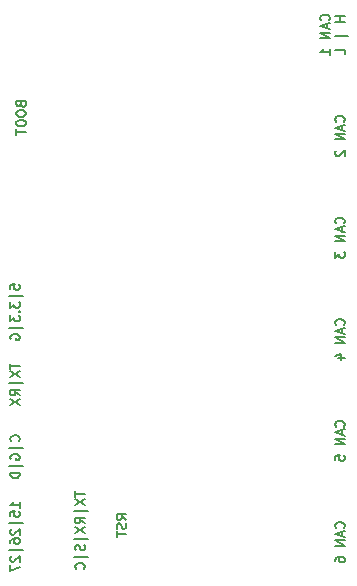
<source format=gbr>
%TF.GenerationSoftware,KiCad,Pcbnew,8.0.8*%
%TF.CreationDate,2025-02-02T15:52:32-05:00*%
%TF.ProjectId,CAN Board,43414e20-426f-4617-9264-2e6b69636164,rev?*%
%TF.SameCoordinates,Original*%
%TF.FileFunction,Legend,Bot*%
%TF.FilePolarity,Positive*%
%FSLAX46Y46*%
G04 Gerber Fmt 4.6, Leading zero omitted, Abs format (unit mm)*
G04 Created by KiCad (PCBNEW 8.0.8) date 2025-02-02 15:52:32*
%MOMM*%
%LPD*%
G01*
G04 APERTURE LIST*
%ADD10C,0.150000*%
G04 APERTURE END LIST*
D10*
X58786104Y-22895000D02*
X58824200Y-22856904D01*
X58824200Y-22856904D02*
X58862295Y-22742619D01*
X58862295Y-22742619D02*
X58862295Y-22666428D01*
X58862295Y-22666428D02*
X58824200Y-22552142D01*
X58824200Y-22552142D02*
X58748009Y-22475952D01*
X58748009Y-22475952D02*
X58671819Y-22437857D01*
X58671819Y-22437857D02*
X58519438Y-22399761D01*
X58519438Y-22399761D02*
X58405152Y-22399761D01*
X58405152Y-22399761D02*
X58252771Y-22437857D01*
X58252771Y-22437857D02*
X58176580Y-22475952D01*
X58176580Y-22475952D02*
X58100390Y-22552142D01*
X58100390Y-22552142D02*
X58062295Y-22666428D01*
X58062295Y-22666428D02*
X58062295Y-22742619D01*
X58062295Y-22742619D02*
X58100390Y-22856904D01*
X58100390Y-22856904D02*
X58138485Y-22895000D01*
X58633723Y-23199761D02*
X58633723Y-23580714D01*
X58862295Y-23123571D02*
X58062295Y-23390238D01*
X58062295Y-23390238D02*
X58862295Y-23656904D01*
X58862295Y-23923571D02*
X58062295Y-23923571D01*
X58062295Y-23923571D02*
X58862295Y-24380714D01*
X58862295Y-24380714D02*
X58062295Y-24380714D01*
X58138485Y-25333094D02*
X58100390Y-25371190D01*
X58100390Y-25371190D02*
X58062295Y-25447380D01*
X58062295Y-25447380D02*
X58062295Y-25637856D01*
X58062295Y-25637856D02*
X58100390Y-25714047D01*
X58100390Y-25714047D02*
X58138485Y-25752142D01*
X58138485Y-25752142D02*
X58214676Y-25790237D01*
X58214676Y-25790237D02*
X58290866Y-25790237D01*
X58290866Y-25790237D02*
X58405152Y-25752142D01*
X58405152Y-25752142D02*
X58862295Y-25294999D01*
X58862295Y-25294999D02*
X58862295Y-25790237D01*
X31443247Y-21414285D02*
X31481342Y-21528571D01*
X31481342Y-21528571D02*
X31519438Y-21566666D01*
X31519438Y-21566666D02*
X31595628Y-21604762D01*
X31595628Y-21604762D02*
X31709914Y-21604762D01*
X31709914Y-21604762D02*
X31786104Y-21566666D01*
X31786104Y-21566666D02*
X31824200Y-21528571D01*
X31824200Y-21528571D02*
X31862295Y-21452381D01*
X31862295Y-21452381D02*
X31862295Y-21147619D01*
X31862295Y-21147619D02*
X31062295Y-21147619D01*
X31062295Y-21147619D02*
X31062295Y-21414285D01*
X31062295Y-21414285D02*
X31100390Y-21490476D01*
X31100390Y-21490476D02*
X31138485Y-21528571D01*
X31138485Y-21528571D02*
X31214676Y-21566666D01*
X31214676Y-21566666D02*
X31290866Y-21566666D01*
X31290866Y-21566666D02*
X31367057Y-21528571D01*
X31367057Y-21528571D02*
X31405152Y-21490476D01*
X31405152Y-21490476D02*
X31443247Y-21414285D01*
X31443247Y-21414285D02*
X31443247Y-21147619D01*
X31062295Y-22100000D02*
X31062295Y-22252381D01*
X31062295Y-22252381D02*
X31100390Y-22328571D01*
X31100390Y-22328571D02*
X31176580Y-22404762D01*
X31176580Y-22404762D02*
X31328961Y-22442857D01*
X31328961Y-22442857D02*
X31595628Y-22442857D01*
X31595628Y-22442857D02*
X31748009Y-22404762D01*
X31748009Y-22404762D02*
X31824200Y-22328571D01*
X31824200Y-22328571D02*
X31862295Y-22252381D01*
X31862295Y-22252381D02*
X31862295Y-22100000D01*
X31862295Y-22100000D02*
X31824200Y-22023809D01*
X31824200Y-22023809D02*
X31748009Y-21947619D01*
X31748009Y-21947619D02*
X31595628Y-21909523D01*
X31595628Y-21909523D02*
X31328961Y-21909523D01*
X31328961Y-21909523D02*
X31176580Y-21947619D01*
X31176580Y-21947619D02*
X31100390Y-22023809D01*
X31100390Y-22023809D02*
X31062295Y-22100000D01*
X31062295Y-22938095D02*
X31062295Y-23090476D01*
X31062295Y-23090476D02*
X31100390Y-23166666D01*
X31100390Y-23166666D02*
X31176580Y-23242857D01*
X31176580Y-23242857D02*
X31328961Y-23280952D01*
X31328961Y-23280952D02*
X31595628Y-23280952D01*
X31595628Y-23280952D02*
X31748009Y-23242857D01*
X31748009Y-23242857D02*
X31824200Y-23166666D01*
X31824200Y-23166666D02*
X31862295Y-23090476D01*
X31862295Y-23090476D02*
X31862295Y-22938095D01*
X31862295Y-22938095D02*
X31824200Y-22861904D01*
X31824200Y-22861904D02*
X31748009Y-22785714D01*
X31748009Y-22785714D02*
X31595628Y-22747618D01*
X31595628Y-22747618D02*
X31328961Y-22747618D01*
X31328961Y-22747618D02*
X31176580Y-22785714D01*
X31176580Y-22785714D02*
X31100390Y-22861904D01*
X31100390Y-22861904D02*
X31062295Y-22938095D01*
X31062295Y-23509523D02*
X31062295Y-23966666D01*
X31862295Y-23738094D02*
X31062295Y-23738094D01*
X40362295Y-56561905D02*
X39981342Y-56295238D01*
X40362295Y-56104762D02*
X39562295Y-56104762D01*
X39562295Y-56104762D02*
X39562295Y-56409524D01*
X39562295Y-56409524D02*
X39600390Y-56485714D01*
X39600390Y-56485714D02*
X39638485Y-56523809D01*
X39638485Y-56523809D02*
X39714676Y-56561905D01*
X39714676Y-56561905D02*
X39828961Y-56561905D01*
X39828961Y-56561905D02*
X39905152Y-56523809D01*
X39905152Y-56523809D02*
X39943247Y-56485714D01*
X39943247Y-56485714D02*
X39981342Y-56409524D01*
X39981342Y-56409524D02*
X39981342Y-56104762D01*
X40324200Y-56866666D02*
X40362295Y-56980952D01*
X40362295Y-56980952D02*
X40362295Y-57171428D01*
X40362295Y-57171428D02*
X40324200Y-57247619D01*
X40324200Y-57247619D02*
X40286104Y-57285714D01*
X40286104Y-57285714D02*
X40209914Y-57323809D01*
X40209914Y-57323809D02*
X40133723Y-57323809D01*
X40133723Y-57323809D02*
X40057533Y-57285714D01*
X40057533Y-57285714D02*
X40019438Y-57247619D01*
X40019438Y-57247619D02*
X39981342Y-57171428D01*
X39981342Y-57171428D02*
X39943247Y-57019047D01*
X39943247Y-57019047D02*
X39905152Y-56942857D01*
X39905152Y-56942857D02*
X39867057Y-56904762D01*
X39867057Y-56904762D02*
X39790866Y-56866666D01*
X39790866Y-56866666D02*
X39714676Y-56866666D01*
X39714676Y-56866666D02*
X39638485Y-56904762D01*
X39638485Y-56904762D02*
X39600390Y-56942857D01*
X39600390Y-56942857D02*
X39562295Y-57019047D01*
X39562295Y-57019047D02*
X39562295Y-57209524D01*
X39562295Y-57209524D02*
X39600390Y-57323809D01*
X39562295Y-57552381D02*
X39562295Y-58009524D01*
X40362295Y-57780952D02*
X39562295Y-57780952D01*
X58786104Y-48695000D02*
X58824200Y-48656904D01*
X58824200Y-48656904D02*
X58862295Y-48542619D01*
X58862295Y-48542619D02*
X58862295Y-48466428D01*
X58862295Y-48466428D02*
X58824200Y-48352142D01*
X58824200Y-48352142D02*
X58748009Y-48275952D01*
X58748009Y-48275952D02*
X58671819Y-48237857D01*
X58671819Y-48237857D02*
X58519438Y-48199761D01*
X58519438Y-48199761D02*
X58405152Y-48199761D01*
X58405152Y-48199761D02*
X58252771Y-48237857D01*
X58252771Y-48237857D02*
X58176580Y-48275952D01*
X58176580Y-48275952D02*
X58100390Y-48352142D01*
X58100390Y-48352142D02*
X58062295Y-48466428D01*
X58062295Y-48466428D02*
X58062295Y-48542619D01*
X58062295Y-48542619D02*
X58100390Y-48656904D01*
X58100390Y-48656904D02*
X58138485Y-48695000D01*
X58633723Y-48999761D02*
X58633723Y-49380714D01*
X58862295Y-48923571D02*
X58062295Y-49190238D01*
X58062295Y-49190238D02*
X58862295Y-49456904D01*
X58862295Y-49723571D02*
X58062295Y-49723571D01*
X58062295Y-49723571D02*
X58862295Y-50180714D01*
X58862295Y-50180714D02*
X58062295Y-50180714D01*
X58062295Y-51552142D02*
X58062295Y-51171190D01*
X58062295Y-51171190D02*
X58443247Y-51133094D01*
X58443247Y-51133094D02*
X58405152Y-51171190D01*
X58405152Y-51171190D02*
X58367057Y-51247380D01*
X58367057Y-51247380D02*
X58367057Y-51437856D01*
X58367057Y-51437856D02*
X58405152Y-51514047D01*
X58405152Y-51514047D02*
X58443247Y-51552142D01*
X58443247Y-51552142D02*
X58519438Y-51590237D01*
X58519438Y-51590237D02*
X58709914Y-51590237D01*
X58709914Y-51590237D02*
X58786104Y-51552142D01*
X58786104Y-51552142D02*
X58824200Y-51514047D01*
X58824200Y-51514047D02*
X58862295Y-51437856D01*
X58862295Y-51437856D02*
X58862295Y-51247380D01*
X58862295Y-51247380D02*
X58824200Y-51171190D01*
X58824200Y-51171190D02*
X58786104Y-51133094D01*
X36062295Y-54185713D02*
X36062295Y-54642856D01*
X36862295Y-54414284D02*
X36062295Y-54414284D01*
X36062295Y-54833332D02*
X36862295Y-55366666D01*
X36062295Y-55366666D02*
X36862295Y-54833332D01*
X37128961Y-55861904D02*
X35986104Y-55861904D01*
X36862295Y-56890476D02*
X36481342Y-56623809D01*
X36862295Y-56433333D02*
X36062295Y-56433333D01*
X36062295Y-56433333D02*
X36062295Y-56738095D01*
X36062295Y-56738095D02*
X36100390Y-56814285D01*
X36100390Y-56814285D02*
X36138485Y-56852380D01*
X36138485Y-56852380D02*
X36214676Y-56890476D01*
X36214676Y-56890476D02*
X36328961Y-56890476D01*
X36328961Y-56890476D02*
X36405152Y-56852380D01*
X36405152Y-56852380D02*
X36443247Y-56814285D01*
X36443247Y-56814285D02*
X36481342Y-56738095D01*
X36481342Y-56738095D02*
X36481342Y-56433333D01*
X36062295Y-57157142D02*
X36862295Y-57690476D01*
X36062295Y-57690476D02*
X36862295Y-57157142D01*
X37128961Y-58185714D02*
X35986104Y-58185714D01*
X36824200Y-58719047D02*
X36862295Y-58833333D01*
X36862295Y-58833333D02*
X36862295Y-59023809D01*
X36862295Y-59023809D02*
X36824200Y-59100000D01*
X36824200Y-59100000D02*
X36786104Y-59138095D01*
X36786104Y-59138095D02*
X36709914Y-59176190D01*
X36709914Y-59176190D02*
X36633723Y-59176190D01*
X36633723Y-59176190D02*
X36557533Y-59138095D01*
X36557533Y-59138095D02*
X36519438Y-59100000D01*
X36519438Y-59100000D02*
X36481342Y-59023809D01*
X36481342Y-59023809D02*
X36443247Y-58871428D01*
X36443247Y-58871428D02*
X36405152Y-58795238D01*
X36405152Y-58795238D02*
X36367057Y-58757143D01*
X36367057Y-58757143D02*
X36290866Y-58719047D01*
X36290866Y-58719047D02*
X36214676Y-58719047D01*
X36214676Y-58719047D02*
X36138485Y-58757143D01*
X36138485Y-58757143D02*
X36100390Y-58795238D01*
X36100390Y-58795238D02*
X36062295Y-58871428D01*
X36062295Y-58871428D02*
X36062295Y-59061905D01*
X36062295Y-59061905D02*
X36100390Y-59176190D01*
X37128961Y-59709524D02*
X35986104Y-59709524D01*
X36786104Y-60738096D02*
X36824200Y-60700000D01*
X36824200Y-60700000D02*
X36862295Y-60585715D01*
X36862295Y-60585715D02*
X36862295Y-60509524D01*
X36862295Y-60509524D02*
X36824200Y-60395238D01*
X36824200Y-60395238D02*
X36748009Y-60319048D01*
X36748009Y-60319048D02*
X36671819Y-60280953D01*
X36671819Y-60280953D02*
X36519438Y-60242857D01*
X36519438Y-60242857D02*
X36405152Y-60242857D01*
X36405152Y-60242857D02*
X36252771Y-60280953D01*
X36252771Y-60280953D02*
X36176580Y-60319048D01*
X36176580Y-60319048D02*
X36100390Y-60395238D01*
X36100390Y-60395238D02*
X36062295Y-60509524D01*
X36062295Y-60509524D02*
X36062295Y-60585715D01*
X36062295Y-60585715D02*
X36100390Y-60700000D01*
X36100390Y-60700000D02*
X36138485Y-60738096D01*
X57530149Y-14300000D02*
X57568245Y-14261904D01*
X57568245Y-14261904D02*
X57606340Y-14147619D01*
X57606340Y-14147619D02*
X57606340Y-14071428D01*
X57606340Y-14071428D02*
X57568245Y-13957142D01*
X57568245Y-13957142D02*
X57492054Y-13880952D01*
X57492054Y-13880952D02*
X57415864Y-13842857D01*
X57415864Y-13842857D02*
X57263483Y-13804761D01*
X57263483Y-13804761D02*
X57149197Y-13804761D01*
X57149197Y-13804761D02*
X56996816Y-13842857D01*
X56996816Y-13842857D02*
X56920625Y-13880952D01*
X56920625Y-13880952D02*
X56844435Y-13957142D01*
X56844435Y-13957142D02*
X56806340Y-14071428D01*
X56806340Y-14071428D02*
X56806340Y-14147619D01*
X56806340Y-14147619D02*
X56844435Y-14261904D01*
X56844435Y-14261904D02*
X56882530Y-14300000D01*
X57377768Y-14604761D02*
X57377768Y-14985714D01*
X57606340Y-14528571D02*
X56806340Y-14795238D01*
X56806340Y-14795238D02*
X57606340Y-15061904D01*
X57606340Y-15328571D02*
X56806340Y-15328571D01*
X56806340Y-15328571D02*
X57606340Y-15785714D01*
X57606340Y-15785714D02*
X56806340Y-15785714D01*
X57606340Y-17195237D02*
X57606340Y-16738094D01*
X57606340Y-16966666D02*
X56806340Y-16966666D01*
X56806340Y-16966666D02*
X56920625Y-16890475D01*
X56920625Y-16890475D02*
X56996816Y-16814285D01*
X56996816Y-16814285D02*
X57034911Y-16738094D01*
X58894295Y-13957143D02*
X58094295Y-13957143D01*
X58475247Y-13957143D02*
X58475247Y-14414286D01*
X58894295Y-14414286D02*
X58094295Y-14414286D01*
X59160961Y-15595238D02*
X58018104Y-15595238D01*
X58894295Y-17157143D02*
X58894295Y-16776191D01*
X58894295Y-16776191D02*
X58094295Y-16776191D01*
X31286104Y-49935714D02*
X31324200Y-49897618D01*
X31324200Y-49897618D02*
X31362295Y-49783333D01*
X31362295Y-49783333D02*
X31362295Y-49707142D01*
X31362295Y-49707142D02*
X31324200Y-49592856D01*
X31324200Y-49592856D02*
X31248009Y-49516666D01*
X31248009Y-49516666D02*
X31171819Y-49478571D01*
X31171819Y-49478571D02*
X31019438Y-49440475D01*
X31019438Y-49440475D02*
X30905152Y-49440475D01*
X30905152Y-49440475D02*
X30752771Y-49478571D01*
X30752771Y-49478571D02*
X30676580Y-49516666D01*
X30676580Y-49516666D02*
X30600390Y-49592856D01*
X30600390Y-49592856D02*
X30562295Y-49707142D01*
X30562295Y-49707142D02*
X30562295Y-49783333D01*
X30562295Y-49783333D02*
X30600390Y-49897618D01*
X30600390Y-49897618D02*
X30638485Y-49935714D01*
X31628961Y-50469047D02*
X30486104Y-50469047D01*
X30600390Y-51459523D02*
X30562295Y-51383333D01*
X30562295Y-51383333D02*
X30562295Y-51269047D01*
X30562295Y-51269047D02*
X30600390Y-51154761D01*
X30600390Y-51154761D02*
X30676580Y-51078571D01*
X30676580Y-51078571D02*
X30752771Y-51040476D01*
X30752771Y-51040476D02*
X30905152Y-51002380D01*
X30905152Y-51002380D02*
X31019438Y-51002380D01*
X31019438Y-51002380D02*
X31171819Y-51040476D01*
X31171819Y-51040476D02*
X31248009Y-51078571D01*
X31248009Y-51078571D02*
X31324200Y-51154761D01*
X31324200Y-51154761D02*
X31362295Y-51269047D01*
X31362295Y-51269047D02*
X31362295Y-51345238D01*
X31362295Y-51345238D02*
X31324200Y-51459523D01*
X31324200Y-51459523D02*
X31286104Y-51497619D01*
X31286104Y-51497619D02*
X31019438Y-51497619D01*
X31019438Y-51497619D02*
X31019438Y-51345238D01*
X31628961Y-52030952D02*
X30486104Y-52030952D01*
X31362295Y-52602381D02*
X30562295Y-52602381D01*
X30562295Y-52602381D02*
X30562295Y-52792857D01*
X30562295Y-52792857D02*
X30600390Y-52907143D01*
X30600390Y-52907143D02*
X30676580Y-52983333D01*
X30676580Y-52983333D02*
X30752771Y-53021428D01*
X30752771Y-53021428D02*
X30905152Y-53059524D01*
X30905152Y-53059524D02*
X31019438Y-53059524D01*
X31019438Y-53059524D02*
X31171819Y-53021428D01*
X31171819Y-53021428D02*
X31248009Y-52983333D01*
X31248009Y-52983333D02*
X31324200Y-52907143D01*
X31324200Y-52907143D02*
X31362295Y-52792857D01*
X31362295Y-52792857D02*
X31362295Y-52602381D01*
X31362295Y-55561903D02*
X31362295Y-55104760D01*
X31362295Y-55333332D02*
X30562295Y-55333332D01*
X30562295Y-55333332D02*
X30676580Y-55257141D01*
X30676580Y-55257141D02*
X30752771Y-55180951D01*
X30752771Y-55180951D02*
X30790866Y-55104760D01*
X30562295Y-56285713D02*
X30562295Y-55904761D01*
X30562295Y-55904761D02*
X30943247Y-55866665D01*
X30943247Y-55866665D02*
X30905152Y-55904761D01*
X30905152Y-55904761D02*
X30867057Y-55980951D01*
X30867057Y-55980951D02*
X30867057Y-56171427D01*
X30867057Y-56171427D02*
X30905152Y-56247618D01*
X30905152Y-56247618D02*
X30943247Y-56285713D01*
X30943247Y-56285713D02*
X31019438Y-56323808D01*
X31019438Y-56323808D02*
X31209914Y-56323808D01*
X31209914Y-56323808D02*
X31286104Y-56285713D01*
X31286104Y-56285713D02*
X31324200Y-56247618D01*
X31324200Y-56247618D02*
X31362295Y-56171427D01*
X31362295Y-56171427D02*
X31362295Y-55980951D01*
X31362295Y-55980951D02*
X31324200Y-55904761D01*
X31324200Y-55904761D02*
X31286104Y-55866665D01*
X31628961Y-56857142D02*
X30486104Y-56857142D01*
X30638485Y-57390475D02*
X30600390Y-57428571D01*
X30600390Y-57428571D02*
X30562295Y-57504761D01*
X30562295Y-57504761D02*
X30562295Y-57695237D01*
X30562295Y-57695237D02*
X30600390Y-57771428D01*
X30600390Y-57771428D02*
X30638485Y-57809523D01*
X30638485Y-57809523D02*
X30714676Y-57847618D01*
X30714676Y-57847618D02*
X30790866Y-57847618D01*
X30790866Y-57847618D02*
X30905152Y-57809523D01*
X30905152Y-57809523D02*
X31362295Y-57352380D01*
X31362295Y-57352380D02*
X31362295Y-57847618D01*
X30562295Y-58533333D02*
X30562295Y-58380952D01*
X30562295Y-58380952D02*
X30600390Y-58304761D01*
X30600390Y-58304761D02*
X30638485Y-58266666D01*
X30638485Y-58266666D02*
X30752771Y-58190476D01*
X30752771Y-58190476D02*
X30905152Y-58152380D01*
X30905152Y-58152380D02*
X31209914Y-58152380D01*
X31209914Y-58152380D02*
X31286104Y-58190476D01*
X31286104Y-58190476D02*
X31324200Y-58228571D01*
X31324200Y-58228571D02*
X31362295Y-58304761D01*
X31362295Y-58304761D02*
X31362295Y-58457142D01*
X31362295Y-58457142D02*
X31324200Y-58533333D01*
X31324200Y-58533333D02*
X31286104Y-58571428D01*
X31286104Y-58571428D02*
X31209914Y-58609523D01*
X31209914Y-58609523D02*
X31019438Y-58609523D01*
X31019438Y-58609523D02*
X30943247Y-58571428D01*
X30943247Y-58571428D02*
X30905152Y-58533333D01*
X30905152Y-58533333D02*
X30867057Y-58457142D01*
X30867057Y-58457142D02*
X30867057Y-58304761D01*
X30867057Y-58304761D02*
X30905152Y-58228571D01*
X30905152Y-58228571D02*
X30943247Y-58190476D01*
X30943247Y-58190476D02*
X31019438Y-58152380D01*
X31628961Y-59142857D02*
X30486104Y-59142857D01*
X30638485Y-59676190D02*
X30600390Y-59714286D01*
X30600390Y-59714286D02*
X30562295Y-59790476D01*
X30562295Y-59790476D02*
X30562295Y-59980952D01*
X30562295Y-59980952D02*
X30600390Y-60057143D01*
X30600390Y-60057143D02*
X30638485Y-60095238D01*
X30638485Y-60095238D02*
X30714676Y-60133333D01*
X30714676Y-60133333D02*
X30790866Y-60133333D01*
X30790866Y-60133333D02*
X30905152Y-60095238D01*
X30905152Y-60095238D02*
X31362295Y-59638095D01*
X31362295Y-59638095D02*
X31362295Y-60133333D01*
X30562295Y-60400000D02*
X30562295Y-60933334D01*
X30562295Y-60933334D02*
X31362295Y-60590476D01*
X58786104Y-31495000D02*
X58824200Y-31456904D01*
X58824200Y-31456904D02*
X58862295Y-31342619D01*
X58862295Y-31342619D02*
X58862295Y-31266428D01*
X58862295Y-31266428D02*
X58824200Y-31152142D01*
X58824200Y-31152142D02*
X58748009Y-31075952D01*
X58748009Y-31075952D02*
X58671819Y-31037857D01*
X58671819Y-31037857D02*
X58519438Y-30999761D01*
X58519438Y-30999761D02*
X58405152Y-30999761D01*
X58405152Y-30999761D02*
X58252771Y-31037857D01*
X58252771Y-31037857D02*
X58176580Y-31075952D01*
X58176580Y-31075952D02*
X58100390Y-31152142D01*
X58100390Y-31152142D02*
X58062295Y-31266428D01*
X58062295Y-31266428D02*
X58062295Y-31342619D01*
X58062295Y-31342619D02*
X58100390Y-31456904D01*
X58100390Y-31456904D02*
X58138485Y-31495000D01*
X58633723Y-31799761D02*
X58633723Y-32180714D01*
X58862295Y-31723571D02*
X58062295Y-31990238D01*
X58062295Y-31990238D02*
X58862295Y-32256904D01*
X58862295Y-32523571D02*
X58062295Y-32523571D01*
X58062295Y-32523571D02*
X58862295Y-32980714D01*
X58862295Y-32980714D02*
X58062295Y-32980714D01*
X58062295Y-33894999D02*
X58062295Y-34390237D01*
X58062295Y-34390237D02*
X58367057Y-34123571D01*
X58367057Y-34123571D02*
X58367057Y-34237856D01*
X58367057Y-34237856D02*
X58405152Y-34314047D01*
X58405152Y-34314047D02*
X58443247Y-34352142D01*
X58443247Y-34352142D02*
X58519438Y-34390237D01*
X58519438Y-34390237D02*
X58709914Y-34390237D01*
X58709914Y-34390237D02*
X58786104Y-34352142D01*
X58786104Y-34352142D02*
X58824200Y-34314047D01*
X58824200Y-34314047D02*
X58862295Y-34237856D01*
X58862295Y-34237856D02*
X58862295Y-34009285D01*
X58862295Y-34009285D02*
X58824200Y-33933094D01*
X58824200Y-33933094D02*
X58786104Y-33894999D01*
X30562295Y-43353571D02*
X30562295Y-43810714D01*
X31362295Y-43582142D02*
X30562295Y-43582142D01*
X30562295Y-44001190D02*
X31362295Y-44534524D01*
X30562295Y-44534524D02*
X31362295Y-44001190D01*
X31628961Y-45029762D02*
X30486104Y-45029762D01*
X31362295Y-46058334D02*
X30981342Y-45791667D01*
X31362295Y-45601191D02*
X30562295Y-45601191D01*
X30562295Y-45601191D02*
X30562295Y-45905953D01*
X30562295Y-45905953D02*
X30600390Y-45982143D01*
X30600390Y-45982143D02*
X30638485Y-46020238D01*
X30638485Y-46020238D02*
X30714676Y-46058334D01*
X30714676Y-46058334D02*
X30828961Y-46058334D01*
X30828961Y-46058334D02*
X30905152Y-46020238D01*
X30905152Y-46020238D02*
X30943247Y-45982143D01*
X30943247Y-45982143D02*
X30981342Y-45905953D01*
X30981342Y-45905953D02*
X30981342Y-45601191D01*
X30562295Y-46325000D02*
X31362295Y-46858334D01*
X30562295Y-46858334D02*
X31362295Y-46325000D01*
X58786104Y-57295000D02*
X58824200Y-57256904D01*
X58824200Y-57256904D02*
X58862295Y-57142619D01*
X58862295Y-57142619D02*
X58862295Y-57066428D01*
X58862295Y-57066428D02*
X58824200Y-56952142D01*
X58824200Y-56952142D02*
X58748009Y-56875952D01*
X58748009Y-56875952D02*
X58671819Y-56837857D01*
X58671819Y-56837857D02*
X58519438Y-56799761D01*
X58519438Y-56799761D02*
X58405152Y-56799761D01*
X58405152Y-56799761D02*
X58252771Y-56837857D01*
X58252771Y-56837857D02*
X58176580Y-56875952D01*
X58176580Y-56875952D02*
X58100390Y-56952142D01*
X58100390Y-56952142D02*
X58062295Y-57066428D01*
X58062295Y-57066428D02*
X58062295Y-57142619D01*
X58062295Y-57142619D02*
X58100390Y-57256904D01*
X58100390Y-57256904D02*
X58138485Y-57295000D01*
X58633723Y-57599761D02*
X58633723Y-57980714D01*
X58862295Y-57523571D02*
X58062295Y-57790238D01*
X58062295Y-57790238D02*
X58862295Y-58056904D01*
X58862295Y-58323571D02*
X58062295Y-58323571D01*
X58062295Y-58323571D02*
X58862295Y-58780714D01*
X58862295Y-58780714D02*
X58062295Y-58780714D01*
X58062295Y-60114047D02*
X58062295Y-59961666D01*
X58062295Y-59961666D02*
X58100390Y-59885475D01*
X58100390Y-59885475D02*
X58138485Y-59847380D01*
X58138485Y-59847380D02*
X58252771Y-59771190D01*
X58252771Y-59771190D02*
X58405152Y-59733094D01*
X58405152Y-59733094D02*
X58709914Y-59733094D01*
X58709914Y-59733094D02*
X58786104Y-59771190D01*
X58786104Y-59771190D02*
X58824200Y-59809285D01*
X58824200Y-59809285D02*
X58862295Y-59885475D01*
X58862295Y-59885475D02*
X58862295Y-60037856D01*
X58862295Y-60037856D02*
X58824200Y-60114047D01*
X58824200Y-60114047D02*
X58786104Y-60152142D01*
X58786104Y-60152142D02*
X58709914Y-60190237D01*
X58709914Y-60190237D02*
X58519438Y-60190237D01*
X58519438Y-60190237D02*
X58443247Y-60152142D01*
X58443247Y-60152142D02*
X58405152Y-60114047D01*
X58405152Y-60114047D02*
X58367057Y-60037856D01*
X58367057Y-60037856D02*
X58367057Y-59885475D01*
X58367057Y-59885475D02*
X58405152Y-59809285D01*
X58405152Y-59809285D02*
X58443247Y-59771190D01*
X58443247Y-59771190D02*
X58519438Y-59733094D01*
X30562295Y-37076190D02*
X30562295Y-36695238D01*
X30562295Y-36695238D02*
X30943247Y-36657142D01*
X30943247Y-36657142D02*
X30905152Y-36695238D01*
X30905152Y-36695238D02*
X30867057Y-36771428D01*
X30867057Y-36771428D02*
X30867057Y-36961904D01*
X30867057Y-36961904D02*
X30905152Y-37038095D01*
X30905152Y-37038095D02*
X30943247Y-37076190D01*
X30943247Y-37076190D02*
X31019438Y-37114285D01*
X31019438Y-37114285D02*
X31209914Y-37114285D01*
X31209914Y-37114285D02*
X31286104Y-37076190D01*
X31286104Y-37076190D02*
X31324200Y-37038095D01*
X31324200Y-37038095D02*
X31362295Y-36961904D01*
X31362295Y-36961904D02*
X31362295Y-36771428D01*
X31362295Y-36771428D02*
X31324200Y-36695238D01*
X31324200Y-36695238D02*
X31286104Y-36657142D01*
X31628961Y-37647619D02*
X30486104Y-37647619D01*
X30562295Y-38142857D02*
X30562295Y-38638095D01*
X30562295Y-38638095D02*
X30867057Y-38371429D01*
X30867057Y-38371429D02*
X30867057Y-38485714D01*
X30867057Y-38485714D02*
X30905152Y-38561905D01*
X30905152Y-38561905D02*
X30943247Y-38600000D01*
X30943247Y-38600000D02*
X31019438Y-38638095D01*
X31019438Y-38638095D02*
X31209914Y-38638095D01*
X31209914Y-38638095D02*
X31286104Y-38600000D01*
X31286104Y-38600000D02*
X31324200Y-38561905D01*
X31324200Y-38561905D02*
X31362295Y-38485714D01*
X31362295Y-38485714D02*
X31362295Y-38257143D01*
X31362295Y-38257143D02*
X31324200Y-38180952D01*
X31324200Y-38180952D02*
X31286104Y-38142857D01*
X31286104Y-38980953D02*
X31324200Y-39019048D01*
X31324200Y-39019048D02*
X31362295Y-38980953D01*
X31362295Y-38980953D02*
X31324200Y-38942857D01*
X31324200Y-38942857D02*
X31286104Y-38980953D01*
X31286104Y-38980953D02*
X31362295Y-38980953D01*
X30562295Y-39285714D02*
X30562295Y-39780952D01*
X30562295Y-39780952D02*
X30867057Y-39514286D01*
X30867057Y-39514286D02*
X30867057Y-39628571D01*
X30867057Y-39628571D02*
X30905152Y-39704762D01*
X30905152Y-39704762D02*
X30943247Y-39742857D01*
X30943247Y-39742857D02*
X31019438Y-39780952D01*
X31019438Y-39780952D02*
X31209914Y-39780952D01*
X31209914Y-39780952D02*
X31286104Y-39742857D01*
X31286104Y-39742857D02*
X31324200Y-39704762D01*
X31324200Y-39704762D02*
X31362295Y-39628571D01*
X31362295Y-39628571D02*
X31362295Y-39400000D01*
X31362295Y-39400000D02*
X31324200Y-39323809D01*
X31324200Y-39323809D02*
X31286104Y-39285714D01*
X31628961Y-40314286D02*
X30486104Y-40314286D01*
X30600390Y-41304762D02*
X30562295Y-41228572D01*
X30562295Y-41228572D02*
X30562295Y-41114286D01*
X30562295Y-41114286D02*
X30600390Y-41000000D01*
X30600390Y-41000000D02*
X30676580Y-40923810D01*
X30676580Y-40923810D02*
X30752771Y-40885715D01*
X30752771Y-40885715D02*
X30905152Y-40847619D01*
X30905152Y-40847619D02*
X31019438Y-40847619D01*
X31019438Y-40847619D02*
X31171819Y-40885715D01*
X31171819Y-40885715D02*
X31248009Y-40923810D01*
X31248009Y-40923810D02*
X31324200Y-41000000D01*
X31324200Y-41000000D02*
X31362295Y-41114286D01*
X31362295Y-41114286D02*
X31362295Y-41190477D01*
X31362295Y-41190477D02*
X31324200Y-41304762D01*
X31324200Y-41304762D02*
X31286104Y-41342858D01*
X31286104Y-41342858D02*
X31019438Y-41342858D01*
X31019438Y-41342858D02*
X31019438Y-41190477D01*
X58786104Y-40095000D02*
X58824200Y-40056904D01*
X58824200Y-40056904D02*
X58862295Y-39942619D01*
X58862295Y-39942619D02*
X58862295Y-39866428D01*
X58862295Y-39866428D02*
X58824200Y-39752142D01*
X58824200Y-39752142D02*
X58748009Y-39675952D01*
X58748009Y-39675952D02*
X58671819Y-39637857D01*
X58671819Y-39637857D02*
X58519438Y-39599761D01*
X58519438Y-39599761D02*
X58405152Y-39599761D01*
X58405152Y-39599761D02*
X58252771Y-39637857D01*
X58252771Y-39637857D02*
X58176580Y-39675952D01*
X58176580Y-39675952D02*
X58100390Y-39752142D01*
X58100390Y-39752142D02*
X58062295Y-39866428D01*
X58062295Y-39866428D02*
X58062295Y-39942619D01*
X58062295Y-39942619D02*
X58100390Y-40056904D01*
X58100390Y-40056904D02*
X58138485Y-40095000D01*
X58633723Y-40399761D02*
X58633723Y-40780714D01*
X58862295Y-40323571D02*
X58062295Y-40590238D01*
X58062295Y-40590238D02*
X58862295Y-40856904D01*
X58862295Y-41123571D02*
X58062295Y-41123571D01*
X58062295Y-41123571D02*
X58862295Y-41580714D01*
X58862295Y-41580714D02*
X58062295Y-41580714D01*
X58328961Y-42914047D02*
X58862295Y-42914047D01*
X58024200Y-42723571D02*
X58595628Y-42533094D01*
X58595628Y-42533094D02*
X58595628Y-43028333D01*
M02*

</source>
